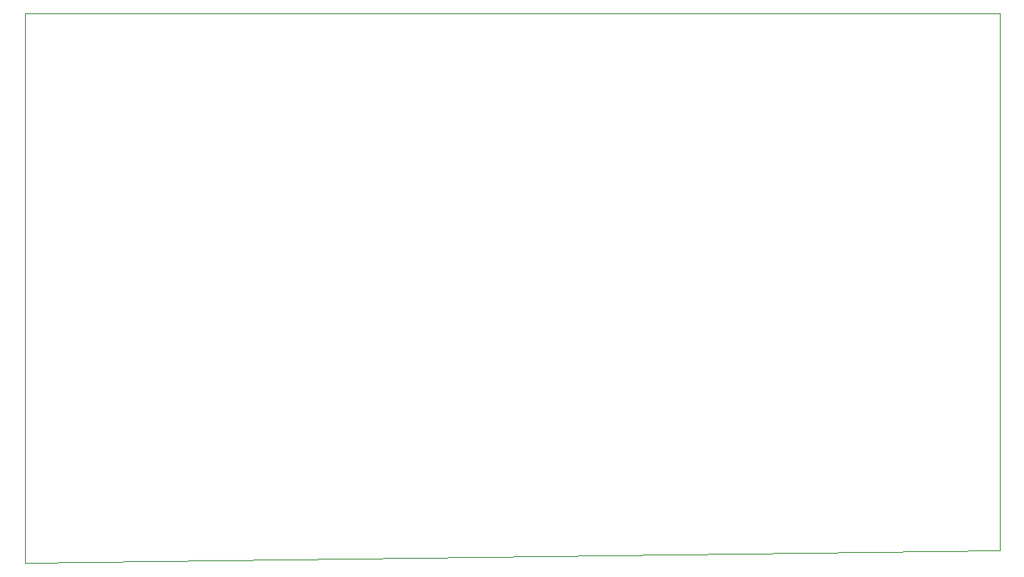
<source format=gm1>
G04 #@! TF.GenerationSoftware,KiCad,Pcbnew,(5.1.7)-1*
G04 #@! TF.CreationDate,2020-11-24T00:17:57-08:00*
G04 #@! TF.ProjectId,daughter_board,64617567-6874-4657-925f-626f6172642e,rev?*
G04 #@! TF.SameCoordinates,Original*
G04 #@! TF.FileFunction,Profile,NP*
%FSLAX46Y46*%
G04 Gerber Fmt 4.6, Leading zero omitted, Abs format (unit mm)*
G04 Created by KiCad (PCBNEW (5.1.7)-1) date 2020-11-24 00:17:57*
%MOMM*%
%LPD*%
G01*
G04 APERTURE LIST*
G04 #@! TA.AperFunction,Profile*
%ADD10C,0.050000*%
G04 #@! TD*
G04 APERTURE END LIST*
D10*
X223520000Y-120650000D02*
X223520000Y-114300000D01*
X124460000Y-121920000D02*
X223520000Y-120650000D01*
X124460000Y-114300000D02*
X124460000Y-121920000D01*
X223520000Y-66040000D02*
X124460000Y-66040000D01*
X223520000Y-114300000D02*
X223520000Y-66040000D01*
X124460000Y-66040000D02*
X124460000Y-114300000D01*
M02*

</source>
